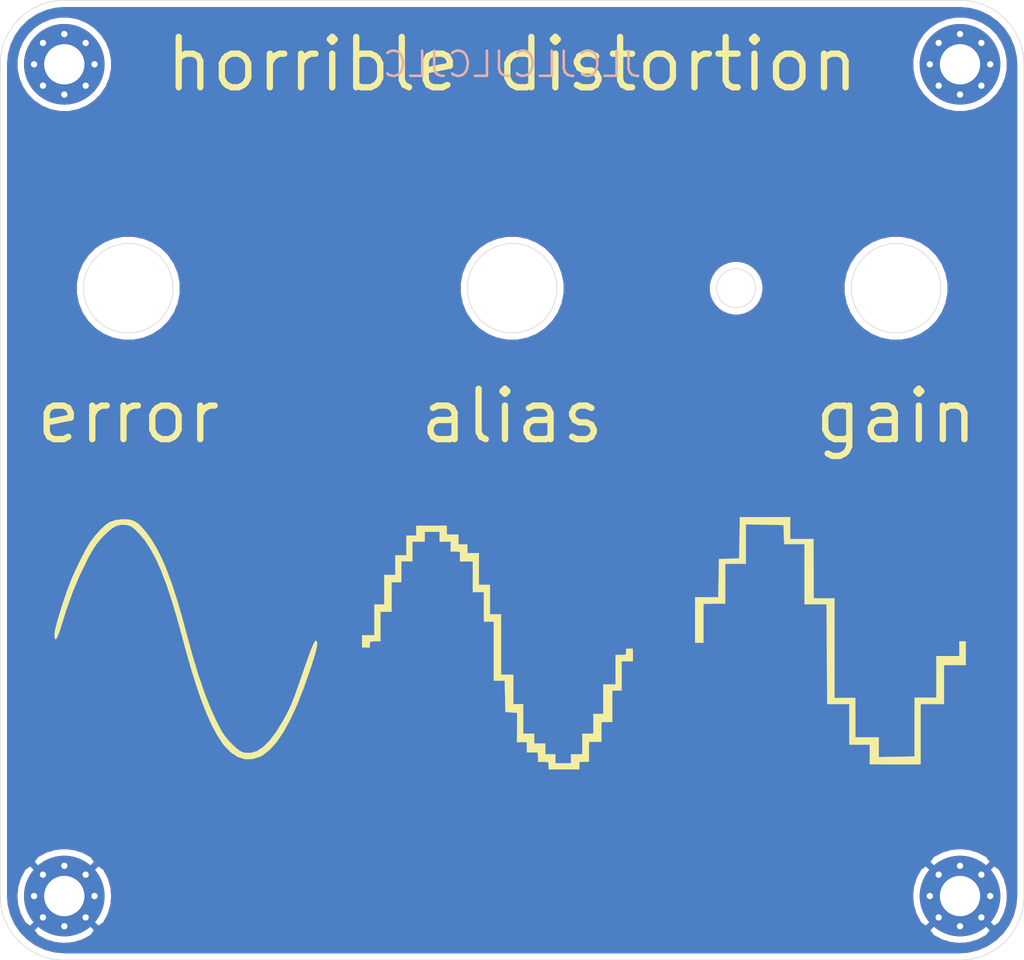
<source format=kicad_pcb>
(kicad_pcb (version 20171130) (host pcbnew 5.1.6-c6e7f7d~87~ubuntu18.04.1)

  (general
    (thickness 1.6)
    (drawings 87)
    (tracks 0)
    (zones 0)
    (modules 5)
    (nets 2)
  )

  (page A4)
  (layers
    (0 F.Cu signal hide)
    (31 B.Cu signal hide)
    (32 B.Adhes user)
    (33 F.Adhes user)
    (34 B.Paste user)
    (35 F.Paste user)
    (36 B.SilkS user)
    (37 F.SilkS user)
    (38 B.Mask user)
    (39 F.Mask user)
    (40 Dwgs.User user)
    (41 Cmts.User user)
    (42 Eco1.User user)
    (43 Eco2.User user)
    (44 Edge.Cuts user)
    (45 Margin user)
    (46 B.CrtYd user)
    (47 F.CrtYd user)
    (48 B.Fab user hide)
    (49 F.Fab user hide)
  )

  (setup
    (last_trace_width 0.25)
    (user_trace_width 0.3)
    (user_trace_width 0.4)
    (user_trace_width 0.5)
    (user_trace_width 1)
    (trace_clearance 0.2)
    (zone_clearance 0.508)
    (zone_45_only no)
    (trace_min 0.2)
    (via_size 0.8)
    (via_drill 0.4)
    (via_min_size 0.4)
    (via_min_drill 0.3)
    (user_via 1 0.8)
    (uvia_size 0.3)
    (uvia_drill 0.1)
    (uvias_allowed no)
    (uvia_min_size 0.2)
    (uvia_min_drill 0.1)
    (edge_width 0.05)
    (segment_width 0.2)
    (pcb_text_width 0.3)
    (pcb_text_size 1.5 1.5)
    (mod_edge_width 0.12)
    (mod_text_size 1 1)
    (mod_text_width 0.15)
    (pad_size 2.72 3.24)
    (pad_drill 1.1)
    (pad_to_mask_clearance 0.05)
    (aux_axis_origin 0 0)
    (visible_elements FFFFFF7F)
    (pcbplotparams
      (layerselection 0x010fc_ffffffff)
      (usegerberextensions false)
      (usegerberattributes true)
      (usegerberadvancedattributes true)
      (creategerberjobfile true)
      (excludeedgelayer true)
      (linewidth 0.100000)
      (plotframeref false)
      (viasonmask false)
      (mode 1)
      (useauxorigin false)
      (hpglpennumber 1)
      (hpglpenspeed 20)
      (hpglpendiameter 15.000000)
      (psnegative false)
      (psa4output false)
      (plotreference true)
      (plotvalue true)
      (plotinvisibletext false)
      (padsonsilk false)
      (subtractmaskfromsilk false)
      (outputformat 1)
      (mirror false)
      (drillshape 1)
      (scaleselection 1)
      (outputdirectory ""))
  )

  (net 0 "")
  (net 1 GND)

  (net_class Default "This is the default net class."
    (clearance 0.2)
    (trace_width 0.25)
    (via_dia 0.8)
    (via_drill 0.4)
    (uvia_dia 0.3)
    (uvia_drill 0.1)
    (add_net GND)
  )

  (module silk:wave (layer F.Cu) (tedit 0) (tstamp 5F20861A)
    (at 116.84 86.36 180)
    (fp_text reference G*** (at 0 0) (layer F.SilkS) hide
      (effects (font (size 1.524 1.524) (thickness 0.3)))
    )
    (fp_text value LOGO (at 0.75 0) (layer F.SilkS) hide
      (effects (font (size 1.524 1.524) (thickness 0.3)))
    )
    (fp_poly (pts (xy -2.93077 -9.964616) (xy -2.918026 -9.784398) (xy -2.844445 -9.699041) (xy -2.657004 -9.673195)
      (xy -2.491154 -9.671539) (xy -2.051539 -9.671539) (xy -2.051539 -9.280769) (xy -2.042038 -9.030645)
      (xy -1.976477 -8.919502) (xy -1.799262 -8.890939) (xy -1.666387 -8.89) (xy -1.424455 -8.880434)
      (xy -1.308758 -8.815381) (xy -1.264767 -8.640314) (xy -1.251194 -8.474808) (xy -1.222804 -8.214026)
      (xy -1.149059 -8.089678) (xy -0.971452 -8.043257) (xy -0.805962 -8.029575) (xy -0.39077 -7.999535)
      (xy -0.39077 -5.774552) (xy 0.073269 -5.744776) (xy 0.537307 -5.715) (xy 0.591991 -3.223846)
      (xy 1.465384 -3.223846) (xy 1.465384 1.465384) (xy 2.246923 1.465384) (xy 2.246923 3.81)
      (xy 3.126153 3.81) (xy 3.126153 6.252307) (xy 3.555317 6.252307) (xy 3.870492 6.283481)
      (xy 4.03791 6.404538) (xy 4.099067 6.656787) (xy 4.103077 6.797605) (xy 4.125748 6.95003)
      (xy 4.230164 7.017761) (xy 4.470924 7.033805) (xy 4.493846 7.033846) (xy 4.884615 7.033846)
      (xy 4.884615 7.815384) (xy 5.763846 7.815384) (xy 5.763846 8.596923) (xy 6.936153 8.596923)
      (xy 6.936153 7.815384) (xy 7.913077 7.815384) (xy 7.913077 6.252307) (xy 8.792307 6.252307)
      (xy 8.792307 4.591538) (xy 9.573846 4.591538) (xy 9.573846 2.246923) (xy 10.453077 2.246923)
      (xy 10.453077 -0.097693) (xy 10.890831 -0.097693) (xy 11.16842 -0.111326) (xy 11.311738 -0.171909)
      (xy 11.38112 -0.308971) (xy 11.389883 -0.341923) (xy 11.501339 -0.537861) (xy 11.684821 -0.586154)
      (xy 11.823657 -0.56874) (xy 11.892926 -0.483329) (xy 11.916425 -0.280174) (xy 11.918461 -0.097693)
      (xy 11.918461 0.390769) (xy 10.941538 0.390769) (xy 10.941538 2.833077) (xy 10.16 2.833077)
      (xy 10.16 5.177692) (xy 9.280769 5.177692) (xy 9.280769 6.740769) (xy 8.401538 6.740769)
      (xy 8.401538 8.303846) (xy 7.62 8.303846) (xy 7.62 9.085384) (xy 5.287179 9.085384)
      (xy 5.256858 8.719038) (xy 5.22888 8.493913) (xy 5.156553 8.387327) (xy 4.983008 8.354947)
      (xy 4.786923 8.352692) (xy 4.347307 8.352692) (xy 4.317267 7.9375) (xy 4.288437 7.677168)
      (xy 4.220341 7.557474) (xy 4.064849 7.523873) (xy 3.950921 7.522307) (xy 3.72169 7.502898)
      (xy 3.628976 7.417877) (xy 3.614615 7.286067) (xy 3.583301 6.972309) (xy 3.461697 6.805642)
      (xy 3.208309 6.74476) (xy 3.066855 6.740769) (xy 2.637692 6.740769) (xy 2.637692 4.396154)
      (xy 1.758461 4.396154) (xy 1.758461 2.051538) (xy 0.87923 2.051538) (xy 0.87923 -2.735385)
      (xy -0.097693 -2.735385) (xy -0.097693 -5.08) (xy -0.879231 -5.08) (xy -0.879231 -7.424616)
      (xy -1.758462 -7.424616) (xy -1.758462 -8.206154) (xy -2.637693 -8.206154) (xy -2.637693 -9.085385)
      (xy -3.028462 -9.085385) (xy -3.278658 -9.095736) (xy -3.389846 -9.15965) (xy -3.418357 -9.326415)
      (xy -3.419231 -9.427308) (xy -3.419231 -9.769231) (xy -4.689231 -9.769231) (xy -4.689231 -9.427308)
      (xy -4.698616 -9.217216) (xy -4.76222 -9.11773) (xy -4.933216 -9.087494) (xy -5.128847 -9.085385)
      (xy -5.568462 -9.085385) (xy -5.568462 -7.424616) (xy -6.447693 -7.424616) (xy -6.447693 -5.861539)
      (xy -7.229231 -5.861539) (xy -7.229231 -3.516923) (xy -8.206154 -3.516923) (xy -8.206154 -1.172308)
      (xy -8.64577 -1.172308) (xy -8.917047 -1.162185) (xy -9.045576 -1.112428) (xy -9.083706 -0.993952)
      (xy -9.085385 -0.928077) (xy -9.125734 -0.742168) (xy -9.284608 -0.684878) (xy -9.329616 -0.683846)
      (xy -9.474564 -0.699683) (xy -9.546876 -0.780505) (xy -9.571533 -0.976277) (xy -9.573847 -1.172308)
      (xy -9.573847 -1.660769) (xy -8.694616 -1.660769) (xy -8.694616 -4.005385) (xy -7.913077 -4.005385)
      (xy -7.911743 -5.006731) (xy -7.905115 -5.573906) (xy -7.882823 -5.97344) (xy -7.838618 -6.232853)
      (xy -7.76625 -6.37966) (xy -7.65947 -6.441381) (xy -7.584183 -6.449027) (xy -7.269457 -6.466067)
      (xy -7.077103 -6.537802) (xy -6.977368 -6.702561) (xy -6.9405 -6.998673) (xy -6.936154 -7.283854)
      (xy -6.936154 -7.999535) (xy -6.520962 -8.029575) (xy -6.10577 -8.059616) (xy -6.077339 -8.811073)
      (xy -6.048909 -9.56253) (xy -5.68657 -9.592611) (xy -5.444748 -9.630462) (xy -5.334963 -9.726743)
      (xy -5.293881 -9.937475) (xy -5.293618 -9.940193) (xy -5.263006 -10.257693) (xy -2.93077 -10.257693)
      (xy -2.93077 -9.964616)) (layer F.SilkS) (width 0.01))
    (fp_poly (pts (xy 21.784852 -9.280727) (xy 22.345372 -8.911994) (xy 22.878333 -8.354411) (xy 23.031959 -8.150866)
      (xy 23.449945 -7.502659) (xy 23.862334 -6.72698) (xy 24.273042 -5.813456) (xy 24.685986 -4.751713)
      (xy 25.105083 -3.531377) (xy 25.534248 -2.142074) (xy 25.977398 -0.573431) (xy 26.182856 0.195384)
      (xy 26.620847 1.79384) (xy 27.046503 3.208247) (xy 27.464209 4.449223) (xy 27.878351 5.527388)
      (xy 28.293315 6.45336) (xy 28.713486 7.237757) (xy 29.14325 7.8912) (xy 29.576954 8.413697)
      (xy 29.895884 8.739818) (xy 30.135371 8.946697) (xy 30.340596 9.065574) (xy 30.55674 9.127687)
      (xy 30.626418 9.139319) (xy 31.02154 9.1605) (xy 31.379783 9.083792) (xy 31.739804 8.890667)
      (xy 32.14026 8.562595) (xy 32.437671 8.271156) (xy 32.760968 7.921439) (xy 33.033859 7.575729)
      (xy 33.291022 7.182903) (xy 33.567136 6.691839) (xy 33.759489 6.322599) (xy 34.373579 5.049689)
      (xy 34.900475 3.792048) (xy 35.371827 2.470159) (xy 35.662878 1.540603) (xy 35.869328 0.881674)
      (xy 36.037995 0.413858) (xy 36.16921 0.136635) (xy 36.263302 0.049487) (xy 36.320601 0.151895)
      (xy 36.341436 0.44334) (xy 36.341538 0.472858) (xy 36.308655 0.724047) (xy 36.217213 1.123405)
      (xy 36.078021 1.636445) (xy 35.901892 2.22868) (xy 35.699634 2.865623) (xy 35.482058 3.512788)
      (xy 35.259975 4.135687) (xy 35.044195 4.699833) (xy 34.927987 4.982307) (xy 34.675503 5.548862)
      (xy 34.387626 6.150964) (xy 34.089349 6.739867) (xy 33.805666 7.266825) (xy 33.56157 7.683094)
      (xy 33.475369 7.815384) (xy 33.12435 8.28144) (xy 32.737343 8.718171) (xy 32.355995 9.083058)
      (xy 32.021955 9.333585) (xy 31.947789 9.374846) (xy 31.497971 9.52625) (xy 30.961649 9.59697)
      (xy 30.434269 9.577516) (xy 30.251746 9.543467) (xy 29.938591 9.412182) (xy 29.630738 9.200026)
      (xy 29.5679 9.141597) (xy 29.09302 8.611634) (xy 28.646119 8.000679) (xy 28.221017 7.294346)
      (xy 27.811534 6.478251) (xy 27.411488 5.538006) (xy 27.0147 4.459226) (xy 26.614989 3.227525)
      (xy 26.206175 1.828519) (xy 25.835952 0.455134) (xy 25.371914 -1.243397) (xy 24.913665 -2.758542)
      (xy 24.457206 -4.102053) (xy 23.998535 -5.285684) (xy 23.533653 -6.321188) (xy 23.519611 -6.35)
      (xy 23.241533 -6.901226) (xy 23.00413 -7.321268) (xy 22.774327 -7.659876) (xy 22.519047 -7.966795)
      (xy 22.274401 -8.222794) (xy 21.906001 -8.572753) (xy 21.617913 -8.794196) (xy 21.372098 -8.914067)
      (xy 21.256542 -8.943704) (xy 20.753773 -8.957662) (xy 20.257622 -8.805166) (xy 19.7614 -8.480742)
      (xy 19.258419 -7.978911) (xy 18.741992 -7.294198) (xy 18.231165 -6.466403) (xy 18.02936 -6.108142)
      (xy 17.856811 -5.786866) (xy 17.701739 -5.473929) (xy 17.552364 -5.140681) (xy 17.396905 -4.758476)
      (xy 17.223584 -4.298665) (xy 17.02062 -3.732602) (xy 16.776232 -3.031638) (xy 16.556373 -2.393462)
      (xy 16.273263 -1.584871) (xy 16.036328 -0.940738) (xy 15.847786 -0.466608) (xy 15.70986 -0.168024)
      (xy 15.624768 -0.050532) (xy 15.617489 -0.048846) (xy 15.51944 -0.085157) (xy 15.474785 -0.206265)
      (xy 15.486626 -0.43044) (xy 15.558063 -0.775949) (xy 15.692197 -1.26106) (xy 15.892129 -1.90404)
      (xy 15.976767 -2.165298) (xy 16.520343 -3.735438) (xy 17.062987 -5.111628) (xy 17.605507 -6.295291)
      (xy 18.148711 -7.287854) (xy 18.693405 -8.090742) (xy 19.240397 -8.70538) (xy 19.790494 -9.133194)
      (xy 19.981994 -9.238119) (xy 20.598758 -9.44536) (xy 21.201179 -9.459039) (xy 21.784852 -9.280727)) (layer F.SilkS) (width 0.01))
    (fp_poly (pts (xy -30.7975 -9.865848) (xy -30.221916 -9.861893) (xy -29.688212 -9.851658) (xy -29.23861 -9.836443)
      (xy -28.915332 -9.817548) (xy -28.794808 -9.80422) (xy -28.428462 -9.743666) (xy -28.428462 -8.303846)
      (xy -26.767693 -8.303846) (xy -26.767693 -5.08) (xy -25.011423 -5.08) (xy -24.985904 -1.099039)
      (xy -24.960385 2.881923) (xy -24.105577 2.910149) (xy -23.25077 2.938376) (xy -23.25077 7.62)
      (xy -21.598219 7.62) (xy -21.569687 8.377115) (xy -21.541154 9.134231) (xy -20.051347 9.161198)
      (xy -18.561539 9.188166) (xy -18.561539 6.056923) (xy -16.90077 6.056923) (xy -16.90077 2.938376)
      (xy -16.045962 2.910149) (xy -15.191154 2.881923) (xy -15.16425 1.343269) (xy -15.137347 -0.195385)
      (xy -14.556154 -0.195385) (xy -14.556154 3.314206) (xy -16.363462 3.370384) (xy -16.41723 6.43987)
      (xy -17.22073 6.468204) (xy -18.024231 6.496538) (xy -18.051016 8.132884) (xy -18.077802 9.769231)
      (xy -22.078462 9.769231) (xy -22.078462 8.010769) (xy -22.946299 8.010769) (xy -23.361741 8.007536)
      (xy -23.622254 7.991447) (xy -23.768264 7.952911) (xy -23.840198 7.88234) (xy -23.873042 7.790961)
      (xy -23.890498 7.630897) (xy -23.906024 7.307496) (xy -23.918798 6.8528) (xy -23.927995 6.298853)
      (xy -23.932792 5.677699) (xy -23.933282 5.446346) (xy -23.934616 3.321538) (xy -25.595385 3.321538)
      (xy -25.595385 -4.591539) (xy -27.256154 -4.591539) (xy -27.256154 -7.717693) (xy -29.112308 -7.717693)
      (xy -29.112308 -9.285993) (xy -30.55327 -9.258958) (xy -31.994231 -9.231923) (xy -32.020422 -6.911731)
      (xy -32.046614 -4.591539) (xy -33.703847 -4.591539) (xy -33.704922 -3.297116) (xy -33.709898 -2.777597)
      (xy -33.722703 -2.296217) (xy -33.741452 -1.90379) (xy -33.764258 -1.651132) (xy -33.76655 -1.636346)
      (xy -33.827103 -1.27) (xy -35.56 -1.27) (xy -35.56 -0.683846) (xy -35.566035 -0.358191)
      (xy -35.59552 -0.182276) (xy -35.665525 -0.110564) (xy -35.779808 -0.097474) (xy -35.881345 -0.105826)
      (xy -35.943918 -0.155471) (xy -35.974949 -0.282919) (xy -35.981862 -0.524683) (xy -35.972079 -0.917274)
      (xy -35.968489 -1.02555) (xy -35.937362 -1.953846) (xy -34.29 -1.953846) (xy -34.29 -5.08)
      (xy -32.433847 -5.08) (xy -32.433847 -9.866923) (xy -30.7975 -9.865848)) (layer F.SilkS) (width 0.01))
  )

  (module MountingHole:MountingHole_3.2mm_M3_Pad_Via (layer F.Cu) (tedit 56DDBCCA) (tstamp 5F20213B)
    (at 152.4 40.64)
    (descr "Mounting Hole 3.2mm, M3")
    (tags "mounting hole 3.2mm m3")
    (path /5F201A9A)
    (attr virtual)
    (fp_text reference H1 (at 0 -4.2) (layer F.SilkS) hide
      (effects (font (size 1 1) (thickness 0.15)))
    )
    (fp_text value MountingHole_Pad (at 0 4.2) (layer F.Fab)
      (effects (font (size 1 1) (thickness 0.15)))
    )
    (fp_circle (center 0 0) (end 3.2 0) (layer Cmts.User) (width 0.15))
    (fp_circle (center 0 0) (end 3.45 0) (layer F.CrtYd) (width 0.05))
    (fp_text user %R (at 0.3 0) (layer F.Fab)
      (effects (font (size 1 1) (thickness 0.15)))
    )
    (pad 1 thru_hole circle (at 0 0) (size 6.4 6.4) (drill 3.2) (layers *.Cu *.Mask))
    (pad 1 thru_hole circle (at 2.4 0) (size 0.8 0.8) (drill 0.5) (layers *.Cu *.Mask))
    (pad 1 thru_hole circle (at 1.697056 1.697056) (size 0.8 0.8) (drill 0.5) (layers *.Cu *.Mask))
    (pad 1 thru_hole circle (at 0 2.4) (size 0.8 0.8) (drill 0.5) (layers *.Cu *.Mask))
    (pad 1 thru_hole circle (at -1.697056 1.697056) (size 0.8 0.8) (drill 0.5) (layers *.Cu *.Mask))
    (pad 1 thru_hole circle (at -2.4 0) (size 0.8 0.8) (drill 0.5) (layers *.Cu *.Mask))
    (pad 1 thru_hole circle (at -1.697056 -1.697056) (size 0.8 0.8) (drill 0.5) (layers *.Cu *.Mask))
    (pad 1 thru_hole circle (at 0 -2.4) (size 0.8 0.8) (drill 0.5) (layers *.Cu *.Mask))
    (pad 1 thru_hole circle (at 1.697056 -1.697056) (size 0.8 0.8) (drill 0.5) (layers *.Cu *.Mask))
  )

  (module MountingHole:MountingHole_3.2mm_M3_Pad_Via (layer F.Cu) (tedit 56DDBCCA) (tstamp 5F20213B)
    (at 81.28 40.64)
    (descr "Mounting Hole 3.2mm, M3")
    (tags "mounting hole 3.2mm m3")
    (path /5F201A9A)
    (attr virtual)
    (fp_text reference H1 (at 0 -4.2) (layer F.SilkS) hide
      (effects (font (size 1 1) (thickness 0.15)))
    )
    (fp_text value MountingHole_Pad (at 0 4.2) (layer F.Fab)
      (effects (font (size 1 1) (thickness 0.15)))
    )
    (fp_circle (center 0 0) (end 3.2 0) (layer Cmts.User) (width 0.15))
    (fp_circle (center 0 0) (end 3.45 0) (layer F.CrtYd) (width 0.05))
    (fp_text user %R (at 0.3 0) (layer F.Fab)
      (effects (font (size 1 1) (thickness 0.15)))
    )
    (pad 1 thru_hole circle (at 0 0) (size 6.4 6.4) (drill 3.2) (layers *.Cu *.Mask))
    (pad 1 thru_hole circle (at 2.4 0) (size 0.8 0.8) (drill 0.5) (layers *.Cu *.Mask))
    (pad 1 thru_hole circle (at 1.697056 1.697056) (size 0.8 0.8) (drill 0.5) (layers *.Cu *.Mask))
    (pad 1 thru_hole circle (at 0 2.4) (size 0.8 0.8) (drill 0.5) (layers *.Cu *.Mask))
    (pad 1 thru_hole circle (at -1.697056 1.697056) (size 0.8 0.8) (drill 0.5) (layers *.Cu *.Mask))
    (pad 1 thru_hole circle (at -2.4 0) (size 0.8 0.8) (drill 0.5) (layers *.Cu *.Mask))
    (pad 1 thru_hole circle (at -1.697056 -1.697056) (size 0.8 0.8) (drill 0.5) (layers *.Cu *.Mask))
    (pad 1 thru_hole circle (at 0 -2.4) (size 0.8 0.8) (drill 0.5) (layers *.Cu *.Mask))
    (pad 1 thru_hole circle (at 1.697056 -1.697056) (size 0.8 0.8) (drill 0.5) (layers *.Cu *.Mask))
  )

  (module MountingHole:MountingHole_3.2mm_M3_Pad_Via (layer F.Cu) (tedit 56DDBCCA) (tstamp 5F201FB8)
    (at 152.4 106.68)
    (descr "Mounting Hole 3.2mm, M3")
    (tags "mounting hole 3.2mm m3")
    (path /5F20120B)
    (attr virtual)
    (fp_text reference H2 (at 0 -4.2) (layer F.SilkS) hide
      (effects (font (size 1 1) (thickness 0.15)))
    )
    (fp_text value MountingHole_Pad (at 0 4.2) (layer F.Fab)
      (effects (font (size 1 1) (thickness 0.15)))
    )
    (fp_circle (center 0 0) (end 3.2 0) (layer Cmts.User) (width 0.15))
    (fp_circle (center 0 0) (end 3.45 0) (layer F.CrtYd) (width 0.05))
    (fp_text user %R (at 0.3 0) (layer F.Fab)
      (effects (font (size 1 1) (thickness 0.15)))
    )
    (pad 1 thru_hole circle (at 1.697056 -1.697056) (size 0.8 0.8) (drill 0.5) (layers *.Cu *.Mask)
      (net 1 GND))
    (pad 1 thru_hole circle (at 0 -2.4) (size 0.8 0.8) (drill 0.5) (layers *.Cu *.Mask)
      (net 1 GND))
    (pad 1 thru_hole circle (at -1.697056 -1.697056) (size 0.8 0.8) (drill 0.5) (layers *.Cu *.Mask)
      (net 1 GND))
    (pad 1 thru_hole circle (at -2.4 0) (size 0.8 0.8) (drill 0.5) (layers *.Cu *.Mask)
      (net 1 GND))
    (pad 1 thru_hole circle (at -1.697056 1.697056) (size 0.8 0.8) (drill 0.5) (layers *.Cu *.Mask)
      (net 1 GND))
    (pad 1 thru_hole circle (at 0 2.4) (size 0.8 0.8) (drill 0.5) (layers *.Cu *.Mask)
      (net 1 GND))
    (pad 1 thru_hole circle (at 1.697056 1.697056) (size 0.8 0.8) (drill 0.5) (layers *.Cu *.Mask)
      (net 1 GND))
    (pad 1 thru_hole circle (at 2.4 0) (size 0.8 0.8) (drill 0.5) (layers *.Cu *.Mask)
      (net 1 GND))
    (pad 1 thru_hole circle (at 0 0) (size 6.4 6.4) (drill 3.2) (layers *.Cu *.Mask)
      (net 1 GND))
  )

  (module MountingHole:MountingHole_3.2mm_M3_Pad_Via (layer F.Cu) (tedit 56DDBCCA) (tstamp 5F201FA8)
    (at 81.28 106.68)
    (descr "Mounting Hole 3.2mm, M3")
    (tags "mounting hole 3.2mm m3")
    (path /5F201A9A)
    (attr virtual)
    (fp_text reference H1 (at 0 -4.2) (layer F.SilkS) hide
      (effects (font (size 1 1) (thickness 0.15)))
    )
    (fp_text value MountingHole_Pad (at 0 4.2) (layer F.Fab)
      (effects (font (size 1 1) (thickness 0.15)))
    )
    (fp_circle (center 0 0) (end 3.2 0) (layer Cmts.User) (width 0.15))
    (fp_circle (center 0 0) (end 3.45 0) (layer F.CrtYd) (width 0.05))
    (fp_text user %R (at 0.3 0) (layer F.Fab)
      (effects (font (size 1 1) (thickness 0.15)))
    )
    (pad 1 thru_hole circle (at 1.697056 -1.697056) (size 0.8 0.8) (drill 0.5) (layers *.Cu *.Mask)
      (net 1 GND))
    (pad 1 thru_hole circle (at 0 -2.4) (size 0.8 0.8) (drill 0.5) (layers *.Cu *.Mask)
      (net 1 GND))
    (pad 1 thru_hole circle (at -1.697056 -1.697056) (size 0.8 0.8) (drill 0.5) (layers *.Cu *.Mask)
      (net 1 GND))
    (pad 1 thru_hole circle (at -2.4 0) (size 0.8 0.8) (drill 0.5) (layers *.Cu *.Mask)
      (net 1 GND))
    (pad 1 thru_hole circle (at -1.697056 1.697056) (size 0.8 0.8) (drill 0.5) (layers *.Cu *.Mask)
      (net 1 GND))
    (pad 1 thru_hole circle (at 0 2.4) (size 0.8 0.8) (drill 0.5) (layers *.Cu *.Mask)
      (net 1 GND))
    (pad 1 thru_hole circle (at 1.697056 1.697056) (size 0.8 0.8) (drill 0.5) (layers *.Cu *.Mask)
      (net 1 GND))
    (pad 1 thru_hole circle (at 2.4 0) (size 0.8 0.8) (drill 0.5) (layers *.Cu *.Mask)
      (net 1 GND))
    (pad 1 thru_hole circle (at 0 0) (size 6.4 6.4) (drill 3.2) (layers *.Cu *.Mask)
      (net 1 GND))
  )

  (gr_line (start 152.4 86.5124) (end 152.4 87.6808) (layer F.SilkS) (width 0.12))
  (gr_line (start 152.8064 86.5124) (end 152.4 86.5124) (layer F.SilkS) (width 0.12))
  (gr_line (start 152.8064 88.2904) (end 152.8064 86.5124) (layer F.SilkS) (width 0.12))
  (gr_line (start 151.13 88.2904) (end 152.8064 88.2904) (layer F.SilkS) (width 0.12))
  (gr_line (start 150.6728 87.8332) (end 150.622 87.7316) (layer F.SilkS) (width 0.12))
  (gr_line (start 150.5712 87.6808) (end 152.4508 87.6808) (layer F.SilkS) (width 0.12))
  (gr_line (start 150.5712 90.932) (end 150.5712 87.6808) (layer F.SilkS) (width 0.12))
  (gr_line (start 145.288 96.1644) (end 145.288 94.6404) (layer F.SilkS) (width 0.12))
  (gr_line (start 149.1996 96.1644) (end 145.288 96.1644) (layer F.SilkS) (width 0.12))
  (gr_line (start 133.7056 83.4136) (end 133.7056 80.264) (layer F.SilkS) (width 0.12))
  (gr_line (start 131.9784 83.4136) (end 133.7056 83.4136) (layer F.SilkS) (width 0.12))
  (gr_line (start 131.9784 86.5124) (end 131.9784 83.4644) (layer F.SilkS) (width 0.12))
  (gr_line (start 131.4196 86.5124) (end 131.9784 86.5124) (layer F.SilkS) (width 0.12))
  (gr_line (start 131.4196 83.0072) (end 131.4196 86.5124) (layer F.SilkS) (width 0.12))
  (gr_line (start 133.2992 83.0072) (end 131.4196 83.0072) (layer F.SilkS) (width 0.12))
  (gr_line (start 148.844 90.9828) (end 150.622 90.9828) (layer F.SilkS) (width 0.12))
  (gr_line (start 148.844 95.6564) (end 148.844 90.9828) (layer F.SilkS) (width 0.12))
  (gr_line (start 140.1064 78.6892) (end 140.0556 78.6384) (layer F.SilkS) (width 0.12))
  (gr_line (start 140.1064 83.4644) (end 140.1064 78.6892) (layer F.SilkS) (width 0.12))
  (gr_line (start 141.8336 83.4644) (end 140.1064 83.4644) (layer F.SilkS) (width 0.12))
  (gr_line (start 140.716 78.3844) (end 140.716 83.1596) (layer F.SilkS) (width 0.12))
  (gr_line (start 138.8364 78.3844) (end 140.716 78.3844) (layer F.SilkS) (width 0.12))
  (gr_text JLCJLCJLCJLC (at 116.84 40.64) (layer B.SilkS)
    (effects (font (size 2 2) (thickness 0.2)) (justify mirror))
  )
  (gr_line (start 119.7864 96.5708) (end 119.7864 96.0374) (layer F.SilkS) (width 0.12))
  (gr_line (start 122.1232 96.5708) (end 119.7864 96.5708) (layer F.SilkS) (width 0.12))
  (gr_line (start 122.1232 96.5708) (end 122.1232 96.012) (layer F.SilkS) (width 0.12))
  (gr_line (start 121.9708 96.5708) (end 122.1232 96.5708) (layer F.SilkS) (width 0.12))
  (gr_line (start 122.8852 95.9612) (end 121.9708 95.9866) (layer F.SilkS) (width 0.12))
  (gr_line (start 122.8852 94.4372) (end 122.8852 95.9612) (layer F.SilkS) (width 0.12))
  (gr_line (start 121.5644 95.4786) (end 122.5042 95.4786) (layer F.SilkS) (width 0.12))
  (gr_line (start 121.5644 96.1644) (end 121.5644 95.4786) (layer F.SilkS) (width 0.12))
  (gr_line (start 120.2182 95.4786) (end 120.2182 96.2152) (layer F.SilkS) (width 0.12))
  (gr_line (start 120.1928 95.4786) (end 120.2182 95.4786) (layer F.SilkS) (width 0.12))
  (gr_line (start 119.38 95.4786) (end 120.1928 95.4786) (layer F.SilkS) (width 0.12))
  (gr_line (start 117.2718 94.4118) (end 117.2972 92.1258) (layer F.SilkS) (width 0.12))
  (gr_line (start 117.2972 94.4118) (end 117.2718 94.4118) (layer F.SilkS) (width 0.12))
  (gr_line (start 118.11 94.4118) (end 117.2972 94.4118) (layer F.SilkS) (width 0.12))
  (gr_line (start 118.1354 94.9452) (end 118.1354 95.1484) (layer F.SilkS) (width 0.12))
  (gr_line (start 118.0592 95.2246) (end 118.0592 94.3356) (layer F.SilkS) (width 0.12))
  (gr_line (start 118.9482 95.2246) (end 118.0592 95.2246) (layer F.SilkS) (width 0.12))
  (gr_line (start 123.8758 92.7862) (end 123.7996 94.3356) (layer F.SilkS) (width 0.12))
  (gr_line (start 123.8758 94.3864) (end 123.8758 92.7862) (layer F.SilkS) (width 0.12))
  (gr_line (start 122.8598 94.3864) (end 123.8758 94.3864) (layer F.SilkS) (width 0.12))
  (gr_line (start 124.6632 92.7608) (end 124.587 92.7354) (layer F.SilkS) (width 0.12))
  (gr_line (start 124.6886 92.7862) (end 124.6378 92.583) (layer F.SilkS) (width 0.12))
  (gr_line (start 124.7394 92.8116) (end 124.7394 90.3224) (layer F.SilkS) (width 0.12))
  (gr_line (start 123.7488 92.8116) (end 124.7394 92.8116) (layer F.SilkS) (width 0.12))
  (gr_line (start 126.365 87.9856) (end 125.5014 87.9856) (layer F.SilkS) (width 0.12))
  (gr_line (start 125.9332 87.0966) (end 125.9332 87.5792) (layer F.SilkS) (width 0.12))
  (gr_line (start 126.365 87.0966) (end 125.9332 87.0966) (layer F.SilkS) (width 0.12))
  (gr_line (start 126.365 87.9856) (end 126.365 87.0966) (layer F.SilkS) (width 0.12))
  (gr_line (start 105.41 86.7156) (end 105.41 86.8172) (layer F.SilkS) (width 0.12))
  (gr_line (start 105.4862 86.8934) (end 105.4862 86.3854) (layer F.SilkS) (width 0.12))
  (gr_line (start 104.9782 86.8934) (end 105.4862 86.8934) (layer F.SilkS) (width 0.12))
  (gr_line (start 104.9782 86.0298) (end 104.9782 86.8934) (layer F.SilkS) (width 0.12))
  (gr_line (start 114.0968 79.5782) (end 113.411 79.5528) (layer F.SilkS) (width 0.12))
  (gr_line (start 114.1476 79.502) (end 113.1824 79.502) (layer F.SilkS) (width 0.12))
  (gr_line (start 114.1476 79.6798) (end 114.1476 79.502) (layer F.SilkS) (width 0.12))
  (gr_line (start 112.8014 79.9846) (end 112.8522 79.9846) (layer F.SilkS) (width 0.12))
  (gr_line (start 112.7506 80.0608) (end 113.7666 80.0608) (layer F.SilkS) (width 0.12))
  (gr_line (start 112.7506 80.0354) (end 112.7506 80.0608) (layer F.SilkS) (width 0.12))
  (gr_line (start 112.7506 79.3496) (end 112.7506 80.0354) (layer F.SilkS) (width 0.12))
  (gr_line (start 113.157 78.9432) (end 113.157 78.867) (layer F.SilkS) (width 0.12))
  (gr_line (start 113.2332 78.8162) (end 113.2332 79.6036) (layer F.SilkS) (width 0.12))
  (gr_line (start 112.5474 78.8162) (end 113.2332 78.8162) (layer F.SilkS) (width 0.12))
  (gr_line (start 112.522 78.0288) (end 111.6076 78.0288) (layer F.SilkS) (width 0.12))
  (gr_line (start 112.522 78.7654) (end 112.522 78.0288) (layer F.SilkS) (width 0.12))
  (gr_poly (pts (xy 111.6076 78.486) (xy 111.1758 78.4606) (xy 111.125 78.4352) (xy 111.125 77.3176) (xy 111.6076 77.3176)) (layer F.SilkS) (width 0.1))
  (gr_text "horrible distortion" (at 116.84 40.64) (layer F.SilkS) (tstamp 5F20221D)
    (effects (font (size 4 4) (thickness 0.5)))
  )
  (gr_text gain (at 147.32 68.58) (layer F.SilkS)
    (effects (font (size 4 4) (thickness 0.5)))
  )
  (gr_text alias (at 116.84 68.58) (layer F.SilkS)
    (effects (font (size 4 4) (thickness 0.5)))
  )
  (gr_text error (at 86.36 68.58) (layer F.SilkS)
    (effects (font (size 4 4) (thickness 0.5)))
  )
  (gr_circle (center 86.36 58.42) (end 92.86 58.42) (layer Dwgs.User) (width 0.15) (tstamp 5F20212B))
  (gr_circle (center 116.84 58.42) (end 123.34 58.42) (layer Dwgs.User) (width 0.15) (tstamp 5F20212B))
  (gr_circle (center 147.32 58.42) (end 153.82 58.42) (layer Dwgs.User) (width 0.15))
  (gr_circle (center 86.36 58.42) (end 89.91 58.42) (layer Edge.Cuts) (width 0.05) (tstamp 5F20209A))
  (gr_circle (center 116.84 58.42) (end 120.39 58.42) (layer Edge.Cuts) (width 0.05) (tstamp 5F20209A))
  (gr_circle (center 134.62 58.42) (end 136.17 58.42) (layer Edge.Cuts) (width 0.05))
  (gr_circle (center 147.32 58.42) (end 150.87 58.42) (layer Edge.Cuts) (width 0.05))
  (gr_arc (start 152.4 40.64) (end 157.48 40.64) (angle -90) (layer Edge.Cuts) (width 0.05))
  (gr_arc (start 152.4 106.68) (end 152.4 111.76) (angle -90) (layer Edge.Cuts) (width 0.05))
  (gr_arc (start 81.28 106.68) (end 76.2 106.68) (angle -90) (layer Edge.Cuts) (width 0.05))
  (gr_arc (start 81.28 40.64) (end 81.28 35.56) (angle -90) (layer Edge.Cuts) (width 0.05))
  (gr_line (start 152.4 35.56) (end 81.28 35.56) (layer Edge.Cuts) (width 0.05) (tstamp 5F202127))
  (gr_line (start 157.48 106.68) (end 157.48 40.64) (layer Edge.Cuts) (width 0.05))
  (gr_line (start 81.28 111.76) (end 152.4 111.76) (layer Edge.Cuts) (width 0.05))
  (gr_line (start 76.2 40.64) (end 76.2 106.68) (layer Edge.Cuts) (width 0.05))

  (zone (net 1) (net_name GND) (layer F.Cu) (tstamp 0) (hatch edge 0.508)
    (connect_pads (clearance 0.508))
    (min_thickness 0.254)
    (fill yes (arc_segments 32) (thermal_gap 0.508) (thermal_bridge_width 0.508))
    (polygon
      (pts
        (xy 160.02 114.3) (xy 73.66 114.3) (xy 73.66 33.02) (xy 160.02 33.02)
      )
    )
    (filled_polygon
      (pts
        (xy 153.182249 36.292437) (xy 153.939774 36.499672) (xy 154.648625 36.837777) (xy 155.286404 37.296067) (xy 155.832946 37.860055)
        (xy 156.270977 38.511913) (xy 156.586651 39.231038) (xy 156.771206 39.999768) (xy 156.820001 40.664221) (xy 156.82 106.650608)
        (xy 156.747563 107.462249) (xy 156.540328 108.219774) (xy 156.202221 108.928627) (xy 155.743928 109.56641) (xy 155.179945 110.112946)
        (xy 154.528085 110.550978) (xy 153.808963 110.866651) (xy 153.040232 111.051206) (xy 152.375792 111.1) (xy 81.309392 111.1)
        (xy 80.497751 111.027563) (xy 79.740226 110.820328) (xy 79.031373 110.482221) (xy 78.39359 110.023928) (xy 77.847054 109.459945)
        (xy 77.793926 109.380881) (xy 78.758724 109.380881) (xy 79.118912 109.870548) (xy 79.782882 110.230849) (xy 80.504385 110.454694)
        (xy 81.255695 110.53348) (xy 82.007938 110.464178) (xy 82.732208 110.249452) (xy 83.40067 109.897555) (xy 83.441088 109.870548)
        (xy 83.801276 109.380881) (xy 149.878724 109.380881) (xy 150.238912 109.870548) (xy 150.902882 110.230849) (xy 151.624385 110.454694)
        (xy 152.375695 110.53348) (xy 153.127938 110.464178) (xy 153.852208 110.249452) (xy 154.52067 109.897555) (xy 154.561088 109.870548)
        (xy 154.921276 109.380881) (xy 152.4 106.859605) (xy 149.878724 109.380881) (xy 83.801276 109.380881) (xy 81.28 106.859605)
        (xy 78.758724 109.380881) (xy 77.793926 109.380881) (xy 77.409022 108.808085) (xy 77.093349 108.088963) (xy 76.908794 107.320232)
        (xy 76.86 106.655792) (xy 76.86 106.655695) (xy 77.42652 106.655695) (xy 77.495822 107.407938) (xy 77.710548 108.132208)
        (xy 78.062445 108.80067) (xy 78.089452 108.841088) (xy 78.579119 109.201276) (xy 81.100395 106.68) (xy 81.459605 106.68)
        (xy 83.980881 109.201276) (xy 84.470548 108.841088) (xy 84.830849 108.177118) (xy 85.054694 107.455615) (xy 85.13348 106.704305)
        (xy 85.129002 106.655695) (xy 148.54652 106.655695) (xy 148.615822 107.407938) (xy 148.830548 108.132208) (xy 149.182445 108.80067)
        (xy 149.209452 108.841088) (xy 149.699119 109.201276) (xy 152.220395 106.68) (xy 152.579605 106.68) (xy 155.100881 109.201276)
        (xy 155.590548 108.841088) (xy 155.950849 108.177118) (xy 156.174694 107.455615) (xy 156.25348 106.704305) (xy 156.184178 105.952062)
        (xy 155.969452 105.227792) (xy 155.617555 104.55933) (xy 155.590548 104.518912) (xy 155.100881 104.158724) (xy 152.579605 106.68)
        (xy 152.220395 106.68) (xy 149.699119 104.158724) (xy 149.209452 104.518912) (xy 148.849151 105.182882) (xy 148.625306 105.904385)
        (xy 148.54652 106.655695) (xy 85.129002 106.655695) (xy 85.064178 105.952062) (xy 84.849452 105.227792) (xy 84.497555 104.55933)
        (xy 84.470548 104.518912) (xy 83.980881 104.158724) (xy 81.459605 106.68) (xy 81.100395 106.68) (xy 78.579119 104.158724)
        (xy 78.089452 104.518912) (xy 77.729151 105.182882) (xy 77.505306 105.904385) (xy 77.42652 106.655695) (xy 76.86 106.655695)
        (xy 76.86 103.979119) (xy 78.758724 103.979119) (xy 81.28 106.500395) (xy 83.801276 103.979119) (xy 149.878724 103.979119)
        (xy 152.4 106.500395) (xy 154.921276 103.979119) (xy 154.561088 103.489452) (xy 153.897118 103.129151) (xy 153.175615 102.905306)
        (xy 152.424305 102.82652) (xy 151.672062 102.895822) (xy 150.947792 103.110548) (xy 150.27933 103.462445) (xy 150.238912 103.489452)
        (xy 149.878724 103.979119) (xy 83.801276 103.979119) (xy 83.441088 103.489452) (xy 82.777118 103.129151) (xy 82.055615 102.905306)
        (xy 81.304305 102.82652) (xy 80.552062 102.895822) (xy 79.827792 103.110548) (xy 79.15933 103.462445) (xy 79.118912 103.489452)
        (xy 78.758724 103.979119) (xy 76.86 103.979119) (xy 76.86 58.005387) (xy 82.150369 58.005387) (xy 82.150369 58.834613)
        (xy 82.312142 59.647904) (xy 82.629473 60.414008) (xy 83.090166 61.103484) (xy 83.676516 61.689834) (xy 84.365992 62.150527)
        (xy 85.132096 62.467858) (xy 85.945387 62.629631) (xy 86.774613 62.629631) (xy 87.587904 62.467858) (xy 88.354008 62.150527)
        (xy 89.043484 61.689834) (xy 89.629834 61.103484) (xy 90.090527 60.414008) (xy 90.407858 59.647904) (xy 90.569631 58.834613)
        (xy 90.569631 58.005387) (xy 112.630369 58.005387) (xy 112.630369 58.834613) (xy 112.792142 59.647904) (xy 113.109473 60.414008)
        (xy 113.570166 61.103484) (xy 114.156516 61.689834) (xy 114.845992 62.150527) (xy 115.612096 62.467858) (xy 116.425387 62.629631)
        (xy 117.254613 62.629631) (xy 118.067904 62.467858) (xy 118.834008 62.150527) (xy 119.523484 61.689834) (xy 120.109834 61.103484)
        (xy 120.570527 60.414008) (xy 120.887858 59.647904) (xy 121.049631 58.834613) (xy 121.049631 58.201422) (xy 132.400738 58.201422)
        (xy 132.400738 58.638578) (xy 132.486023 59.067335) (xy 132.653316 59.471215) (xy 132.896187 59.834697) (xy 133.205303 60.143813)
        (xy 133.568785 60.386684) (xy 133.972665 60.553977) (xy 134.401422 60.639262) (xy 134.838578 60.639262) (xy 135.267335 60.553977)
        (xy 135.671215 60.386684) (xy 136.034697 60.143813) (xy 136.343813 59.834697) (xy 136.586684 59.471215) (xy 136.753977 59.067335)
        (xy 136.839262 58.638578) (xy 136.839262 58.201422) (xy 136.800269 58.005387) (xy 143.110369 58.005387) (xy 143.110369 58.834613)
        (xy 143.272142 59.647904) (xy 143.589473 60.414008) (xy 144.050166 61.103484) (xy 144.636516 61.689834) (xy 145.325992 62.150527)
        (xy 146.092096 62.467858) (xy 146.905387 62.629631) (xy 147.734613 62.629631) (xy 148.547904 62.467858) (xy 149.314008 62.150527)
        (xy 150.003484 61.689834) (xy 150.589834 61.103484) (xy 151.050527 60.414008) (xy 151.367858 59.647904) (xy 151.529631 58.834613)
        (xy 151.529631 58.005387) (xy 151.367858 57.192096) (xy 151.050527 56.425992) (xy 150.589834 55.736516) (xy 150.003484 55.150166)
        (xy 149.314008 54.689473) (xy 148.547904 54.372142) (xy 147.734613 54.210369) (xy 146.905387 54.210369) (xy 146.092096 54.372142)
        (xy 145.325992 54.689473) (xy 144.636516 55.150166) (xy 144.050166 55.736516) (xy 143.589473 56.425992) (xy 143.272142 57.192096)
        (xy 143.110369 58.005387) (xy 136.800269 58.005387) (xy 136.753977 57.772665) (xy 136.586684 57.368785) (xy 136.343813 57.005303)
        (xy 136.034697 56.696187) (xy 135.671215 56.453316) (xy 135.267335 56.286023) (xy 134.838578 56.200738) (xy 134.401422 56.200738)
        (xy 133.972665 56.286023) (xy 133.568785 56.453316) (xy 133.205303 56.696187) (xy 132.896187 57.005303) (xy 132.653316 57.368785)
        (xy 132.486023 57.772665) (xy 132.400738 58.201422) (xy 121.049631 58.201422) (xy 121.049631 58.005387) (xy 120.887858 57.192096)
        (xy 120.570527 56.425992) (xy 120.109834 55.736516) (xy 119.523484 55.150166) (xy 118.834008 54.689473) (xy 118.067904 54.372142)
        (xy 117.254613 54.210369) (xy 116.425387 54.210369) (xy 115.612096 54.372142) (xy 114.845992 54.689473) (xy 114.156516 55.150166)
        (xy 113.570166 55.736516) (xy 113.109473 56.425992) (xy 112.792142 57.192096) (xy 112.630369 58.005387) (xy 90.569631 58.005387)
        (xy 90.407858 57.192096) (xy 90.090527 56.425992) (xy 89.629834 55.736516) (xy 89.043484 55.150166) (xy 88.354008 54.689473)
        (xy 87.587904 54.372142) (xy 86.774613 54.210369) (xy 85.945387 54.210369) (xy 85.132096 54.372142) (xy 84.365992 54.689473)
        (xy 83.676516 55.150166) (xy 83.090166 55.736516) (xy 82.629473 56.425992) (xy 82.312142 57.192096) (xy 82.150369 58.005387)
        (xy 76.86 58.005387) (xy 76.86 40.669392) (xy 76.896333 40.262285) (xy 77.445 40.262285) (xy 77.445 41.017715)
        (xy 77.592377 41.758628) (xy 77.881467 42.456554) (xy 78.301161 43.08467) (xy 78.83533 43.618839) (xy 79.463446 44.038533)
        (xy 80.161372 44.327623) (xy 80.902285 44.475) (xy 81.657715 44.475) (xy 82.398628 44.327623) (xy 83.096554 44.038533)
        (xy 83.72467 43.618839) (xy 84.258839 43.08467) (xy 84.678533 42.456554) (xy 84.967623 41.758628) (xy 85.115 41.017715)
        (xy 85.115 40.262285) (xy 148.565 40.262285) (xy 148.565 41.017715) (xy 148.712377 41.758628) (xy 149.001467 42.456554)
        (xy 149.421161 43.08467) (xy 149.95533 43.618839) (xy 150.583446 44.038533) (xy 151.281372 44.327623) (xy 152.022285 44.475)
        (xy 152.777715 44.475) (xy 153.518628 44.327623) (xy 154.216554 44.038533) (xy 154.84467 43.618839) (xy 155.378839 43.08467)
        (xy 155.798533 42.456554) (xy 156.087623 41.758628) (xy 156.235 41.017715) (xy 156.235 40.262285) (xy 156.087623 39.521372)
        (xy 155.798533 38.823446) (xy 155.378839 38.19533) (xy 154.84467 37.661161) (xy 154.216554 37.241467) (xy 153.518628 36.952377)
        (xy 152.777715 36.805) (xy 152.022285 36.805) (xy 151.281372 36.952377) (xy 150.583446 37.241467) (xy 149.95533 37.661161)
        (xy 149.421161 38.19533) (xy 149.001467 38.823446) (xy 148.712377 39.521372) (xy 148.565 40.262285) (xy 85.115 40.262285)
        (xy 84.967623 39.521372) (xy 84.678533 38.823446) (xy 84.258839 38.19533) (xy 83.72467 37.661161) (xy 83.096554 37.241467)
        (xy 82.398628 36.952377) (xy 81.657715 36.805) (xy 80.902285 36.805) (xy 80.161372 36.952377) (xy 79.463446 37.241467)
        (xy 78.83533 37.661161) (xy 78.301161 38.19533) (xy 77.881467 38.823446) (xy 77.592377 39.521372) (xy 77.445 40.262285)
        (xy 76.896333 40.262285) (xy 76.932437 39.857751) (xy 77.139672 39.100226) (xy 77.477777 38.391375) (xy 77.936067 37.753596)
        (xy 78.500055 37.207054) (xy 79.151913 36.769023) (xy 79.871038 36.453349) (xy 80.639768 36.268794) (xy 81.304207 36.22)
        (xy 152.370608 36.22)
      )
    )
  )
  (zone (net 1) (net_name GND) (layer B.Cu) (tstamp 0) (hatch edge 0.508)
    (connect_pads (clearance 0.508))
    (min_thickness 0.254)
    (fill yes (arc_segments 32) (thermal_gap 0.508) (thermal_bridge_width 0.508))
    (polygon
      (pts
        (xy 162.56 116.84) (xy 71.12 116.84) (xy 71.12 30.48) (xy 162.56 30.48)
      )
    )
    (filled_polygon
      (pts
        (xy 153.182249 36.292437) (xy 153.939774 36.499672) (xy 154.648625 36.837777) (xy 155.286404 37.296067) (xy 155.832946 37.860055)
        (xy 156.270977 38.511913) (xy 156.586651 39.231038) (xy 156.771206 39.999768) (xy 156.820001 40.664221) (xy 156.82 106.650608)
        (xy 156.747563 107.462249) (xy 156.540328 108.219774) (xy 156.202221 108.928627) (xy 155.743928 109.56641) (xy 155.179945 110.112946)
        (xy 154.528085 110.550978) (xy 153.808963 110.866651) (xy 153.040232 111.051206) (xy 152.375792 111.1) (xy 81.309392 111.1)
        (xy 80.497751 111.027563) (xy 79.740226 110.820328) (xy 79.031373 110.482221) (xy 78.39359 110.023928) (xy 77.847054 109.459945)
        (xy 77.793926 109.380881) (xy 78.758724 109.380881) (xy 79.118912 109.870548) (xy 79.782882 110.230849) (xy 80.504385 110.454694)
        (xy 81.255695 110.53348) (xy 82.007938 110.464178) (xy 82.732208 110.249452) (xy 83.40067 109.897555) (xy 83.441088 109.870548)
        (xy 83.801276 109.380881) (xy 149.878724 109.380881) (xy 150.238912 109.870548) (xy 150.902882 110.230849) (xy 151.624385 110.454694)
        (xy 152.375695 110.53348) (xy 153.127938 110.464178) (xy 153.852208 110.249452) (xy 154.52067 109.897555) (xy 154.561088 109.870548)
        (xy 154.921276 109.380881) (xy 152.4 106.859605) (xy 149.878724 109.380881) (xy 83.801276 109.380881) (xy 81.28 106.859605)
        (xy 78.758724 109.380881) (xy 77.793926 109.380881) (xy 77.409022 108.808085) (xy 77.093349 108.088963) (xy 76.908794 107.320232)
        (xy 76.86 106.655792) (xy 76.86 106.655695) (xy 77.42652 106.655695) (xy 77.495822 107.407938) (xy 77.710548 108.132208)
        (xy 78.062445 108.80067) (xy 78.089452 108.841088) (xy 78.579119 109.201276) (xy 81.100395 106.68) (xy 81.459605 106.68)
        (xy 83.980881 109.201276) (xy 84.470548 108.841088) (xy 84.830849 108.177118) (xy 85.054694 107.455615) (xy 85.13348 106.704305)
        (xy 85.129002 106.655695) (xy 148.54652 106.655695) (xy 148.615822 107.407938) (xy 148.830548 108.132208) (xy 149.182445 108.80067)
        (xy 149.209452 108.841088) (xy 149.699119 109.201276) (xy 152.220395 106.68) (xy 152.579605 106.68) (xy 155.100881 109.201276)
        (xy 155.590548 108.841088) (xy 155.950849 108.177118) (xy 156.174694 107.455615) (xy 156.25348 106.704305) (xy 156.184178 105.952062)
        (xy 155.969452 105.227792) (xy 155.617555 104.55933) (xy 155.590548 104.518912) (xy 155.100881 104.158724) (xy 152.579605 106.68)
        (xy 152.220395 106.68) (xy 149.699119 104.158724) (xy 149.209452 104.518912) (xy 148.849151 105.182882) (xy 148.625306 105.904385)
        (xy 148.54652 106.655695) (xy 85.129002 106.655695) (xy 85.064178 105.952062) (xy 84.849452 105.227792) (xy 84.497555 104.55933)
        (xy 84.470548 104.518912) (xy 83.980881 104.158724) (xy 81.459605 106.68) (xy 81.100395 106.68) (xy 78.579119 104.158724)
        (xy 78.089452 104.518912) (xy 77.729151 105.182882) (xy 77.505306 105.904385) (xy 77.42652 106.655695) (xy 76.86 106.655695)
        (xy 76.86 103.979119) (xy 78.758724 103.979119) (xy 81.28 106.500395) (xy 83.801276 103.979119) (xy 149.878724 103.979119)
        (xy 152.4 106.500395) (xy 154.921276 103.979119) (xy 154.561088 103.489452) (xy 153.897118 103.129151) (xy 153.175615 102.905306)
        (xy 152.424305 102.82652) (xy 151.672062 102.895822) (xy 150.947792 103.110548) (xy 150.27933 103.462445) (xy 150.238912 103.489452)
        (xy 149.878724 103.979119) (xy 83.801276 103.979119) (xy 83.441088 103.489452) (xy 82.777118 103.129151) (xy 82.055615 102.905306)
        (xy 81.304305 102.82652) (xy 80.552062 102.895822) (xy 79.827792 103.110548) (xy 79.15933 103.462445) (xy 79.118912 103.489452)
        (xy 78.758724 103.979119) (xy 76.86 103.979119) (xy 76.86 58.005387) (xy 82.150369 58.005387) (xy 82.150369 58.834613)
        (xy 82.312142 59.647904) (xy 82.629473 60.414008) (xy 83.090166 61.103484) (xy 83.676516 61.689834) (xy 84.365992 62.150527)
        (xy 85.132096 62.467858) (xy 85.945387 62.629631) (xy 86.774613 62.629631) (xy 87.587904 62.467858) (xy 88.354008 62.150527)
        (xy 89.043484 61.689834) (xy 89.629834 61.103484) (xy 90.090527 60.414008) (xy 90.407858 59.647904) (xy 90.569631 58.834613)
        (xy 90.569631 58.005387) (xy 112.630369 58.005387) (xy 112.630369 58.834613) (xy 112.792142 59.647904) (xy 113.109473 60.414008)
        (xy 113.570166 61.103484) (xy 114.156516 61.689834) (xy 114.845992 62.150527) (xy 115.612096 62.467858) (xy 116.425387 62.629631)
        (xy 117.254613 62.629631) (xy 118.067904 62.467858) (xy 118.834008 62.150527) (xy 119.523484 61.689834) (xy 120.109834 61.103484)
        (xy 120.570527 60.414008) (xy 120.887858 59.647904) (xy 121.049631 58.834613) (xy 121.049631 58.201422) (xy 132.400738 58.201422)
        (xy 132.400738 58.638578) (xy 132.486023 59.067335) (xy 132.653316 59.471215) (xy 132.896187 59.834697) (xy 133.205303 60.143813)
        (xy 133.568785 60.386684) (xy 133.972665 60.553977) (xy 134.401422 60.639262) (xy 134.838578 60.639262) (xy 135.267335 60.553977)
        (xy 135.671215 60.386684) (xy 136.034697 60.143813) (xy 136.343813 59.834697) (xy 136.586684 59.471215) (xy 136.753977 59.067335)
        (xy 136.839262 58.638578) (xy 136.839262 58.201422) (xy 136.800269 58.005387) (xy 143.110369 58.005387) (xy 143.110369 58.834613)
        (xy 143.272142 59.647904) (xy 143.589473 60.414008) (xy 144.050166 61.103484) (xy 144.636516 61.689834) (xy 145.325992 62.150527)
        (xy 146.092096 62.467858) (xy 146.905387 62.629631) (xy 147.734613 62.629631) (xy 148.547904 62.467858) (xy 149.314008 62.150527)
        (xy 150.003484 61.689834) (xy 150.589834 61.103484) (xy 151.050527 60.414008) (xy 151.367858 59.647904) (xy 151.529631 58.834613)
        (xy 151.529631 58.005387) (xy 151.367858 57.192096) (xy 151.050527 56.425992) (xy 150.589834 55.736516) (xy 150.003484 55.150166)
        (xy 149.314008 54.689473) (xy 148.547904 54.372142) (xy 147.734613 54.210369) (xy 146.905387 54.210369) (xy 146.092096 54.372142)
        (xy 145.325992 54.689473) (xy 144.636516 55.150166) (xy 144.050166 55.736516) (xy 143.589473 56.425992) (xy 143.272142 57.192096)
        (xy 143.110369 58.005387) (xy 136.800269 58.005387) (xy 136.753977 57.772665) (xy 136.586684 57.368785) (xy 136.343813 57.005303)
        (xy 136.034697 56.696187) (xy 135.671215 56.453316) (xy 135.267335 56.286023) (xy 134.838578 56.200738) (xy 134.401422 56.200738)
        (xy 133.972665 56.286023) (xy 133.568785 56.453316) (xy 133.205303 56.696187) (xy 132.896187 57.005303) (xy 132.653316 57.368785)
        (xy 132.486023 57.772665) (xy 132.400738 58.201422) (xy 121.049631 58.201422) (xy 121.049631 58.005387) (xy 120.887858 57.192096)
        (xy 120.570527 56.425992) (xy 120.109834 55.736516) (xy 119.523484 55.150166) (xy 118.834008 54.689473) (xy 118.067904 54.372142)
        (xy 117.254613 54.210369) (xy 116.425387 54.210369) (xy 115.612096 54.372142) (xy 114.845992 54.689473) (xy 114.156516 55.150166)
        (xy 113.570166 55.736516) (xy 113.109473 56.425992) (xy 112.792142 57.192096) (xy 112.630369 58.005387) (xy 90.569631 58.005387)
        (xy 90.407858 57.192096) (xy 90.090527 56.425992) (xy 89.629834 55.736516) (xy 89.043484 55.150166) (xy 88.354008 54.689473)
        (xy 87.587904 54.372142) (xy 86.774613 54.210369) (xy 85.945387 54.210369) (xy 85.132096 54.372142) (xy 84.365992 54.689473)
        (xy 83.676516 55.150166) (xy 83.090166 55.736516) (xy 82.629473 56.425992) (xy 82.312142 57.192096) (xy 82.150369 58.005387)
        (xy 76.86 58.005387) (xy 76.86 40.669392) (xy 76.896333 40.262285) (xy 77.445 40.262285) (xy 77.445 41.017715)
        (xy 77.592377 41.758628) (xy 77.881467 42.456554) (xy 78.301161 43.08467) (xy 78.83533 43.618839) (xy 79.463446 44.038533)
        (xy 80.161372 44.327623) (xy 80.902285 44.475) (xy 81.657715 44.475) (xy 82.398628 44.327623) (xy 83.096554 44.038533)
        (xy 83.72467 43.618839) (xy 84.258839 43.08467) (xy 84.678533 42.456554) (xy 84.967623 41.758628) (xy 85.115 41.017715)
        (xy 85.115 40.262285) (xy 148.565 40.262285) (xy 148.565 41.017715) (xy 148.712377 41.758628) (xy 149.001467 42.456554)
        (xy 149.421161 43.08467) (xy 149.95533 43.618839) (xy 150.583446 44.038533) (xy 151.281372 44.327623) (xy 152.022285 44.475)
        (xy 152.777715 44.475) (xy 153.518628 44.327623) (xy 154.216554 44.038533) (xy 154.84467 43.618839) (xy 155.378839 43.08467)
        (xy 155.798533 42.456554) (xy 156.087623 41.758628) (xy 156.235 41.017715) (xy 156.235 40.262285) (xy 156.087623 39.521372)
        (xy 155.798533 38.823446) (xy 155.378839 38.19533) (xy 154.84467 37.661161) (xy 154.216554 37.241467) (xy 153.518628 36.952377)
        (xy 152.777715 36.805) (xy 152.022285 36.805) (xy 151.281372 36.952377) (xy 150.583446 37.241467) (xy 149.95533 37.661161)
        (xy 149.421161 38.19533) (xy 149.001467 38.823446) (xy 148.712377 39.521372) (xy 148.565 40.262285) (xy 85.115 40.262285)
        (xy 84.967623 39.521372) (xy 84.678533 38.823446) (xy 84.258839 38.19533) (xy 83.72467 37.661161) (xy 83.096554 37.241467)
        (xy 82.398628 36.952377) (xy 81.657715 36.805) (xy 80.902285 36.805) (xy 80.161372 36.952377) (xy 79.463446 37.241467)
        (xy 78.83533 37.661161) (xy 78.301161 38.19533) (xy 77.881467 38.823446) (xy 77.592377 39.521372) (xy 77.445 40.262285)
        (xy 76.896333 40.262285) (xy 76.932437 39.857751) (xy 77.139672 39.100226) (xy 77.477777 38.391375) (xy 77.936067 37.753596)
        (xy 78.500055 37.207054) (xy 79.151913 36.769023) (xy 79.871038 36.453349) (xy 80.639768 36.268794) (xy 81.304207 36.22)
        (xy 152.370608 36.22)
      )
    )
  )
)

</source>
